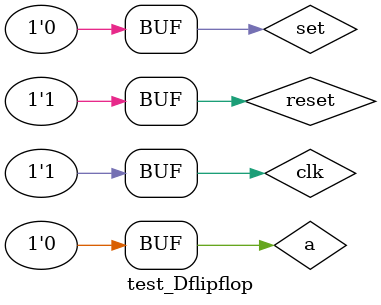
<source format=v>
`include "src/memory/Dflipflop/Dflipflop.v"

module test_Dflipflop;
   reg a, clk, reset, set;
   wire s1, s2;

   Dflipflop test_Dflipflop(set, a, clk, reset, s1, s2);

   initial
     begin
	$dumpfile("signal_Dflipflop.vcd");
	$dumpvars;
	$display("\t\ttime, \ta, \tset, \treset, \tclk, \ts1, \ts2");
	$monitor("%d \t%b \t%b \t%b \t%b \t%b \t%b", $time, a, set, reset, clk, s1, s2);

	set = 0;
	a = 0;
	clk = 0;
	reset = 1;
	#10;
	a = 0;
	clk = 0;
	reset = 0;
	#10;
	a = 1;
	clk = 1;
	reset = 0;
	#10;
	a = 1;
	clk = 0;
	reset = 0;
	#10;
	a = 0;
	clk = 1;
	reset = 0;
	#10;
	a = 1;
	clk = 0;
	reset = 0;
	#10;
	a = 1;
	clk = 1;
	reset = 0;
	#10;
	a = 1;
	clk = 0;
	reset = 0;
	#10;
	a = 1;
	clk = 0;
	reset = 0;
	#10;
	a = 0;
	clk = 1;
	reset = 1;
	#10;
     end // initial begin

endmodule // test_Dflipflop

</source>
